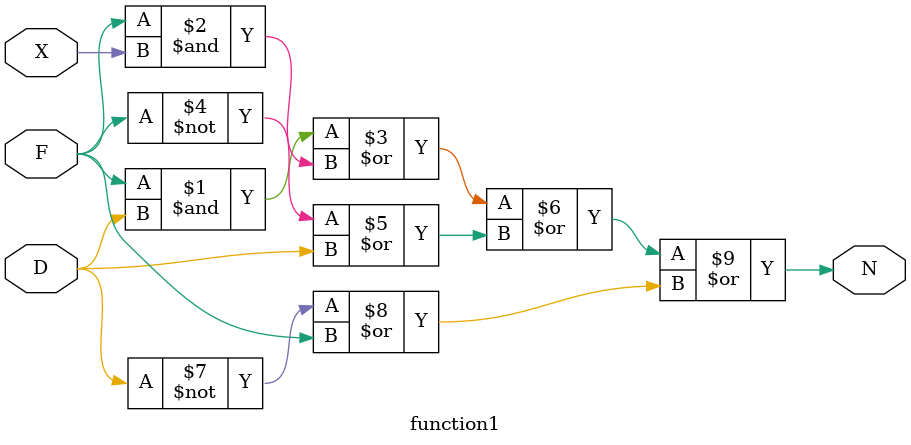
<source format=v>
module function1(X,F,D,N);
	input X,F,D;
	output N;
	assign N= (F & D) | (F & X) |(~F | D) |(~D | F);
endmodule
</source>
